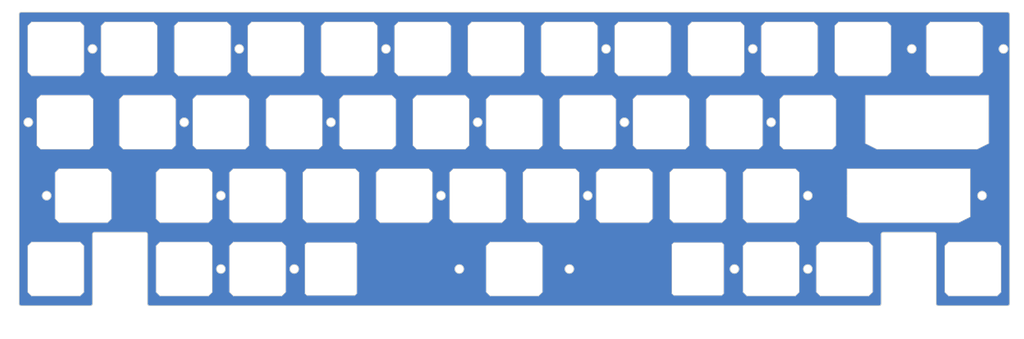
<source format=kicad_pcb>
(kicad_pcb (version 20221018) (generator pcbnew)
  (layers (0 "F.Cu" signal) (31 "B.Cu" signal) (34 "B.Paste" user) (35 "F.Paste" user) (36 "B.SilkS" user "B.Silkscreen") (37 "F.SilkS" user "F.Silkscreen") (38 "B.Mask" user) (39 "F.Mask" user) (44 "Edge.Cuts" user))
  (net 0 "")
  (net 1 "GND")
  (footprint "cipulot_parts:ecs_plate_cut_1U" (layer "F.Cu") (at 26.9875 91.28125)
    (fp_text reference "REF**")
    (fp_text value "Value " hide)
    (fp_line (start -7.3 -6) (end -7.3 6) (stroke (width 0.12)) (layer "Edge.Cuts"))
    (fp_line (start -7.3 6) (end -6.3 7) (stroke (width 0.12)) (layer "Edge.Cuts"))
    (fp_line (start -6.3 -7) (end -7.3 -6) (stroke (width 0.12)) (layer "Edge.Cuts"))
    (fp_line (start -6.3 7) (end 6.3 7) (stroke (width 0.12)) (layer "Edge.Cuts"))
    (fp_line (start 6.3 -7) (end -6.3 -7) (stroke (width 0.12)) (layer "Edge.Cuts"))
    (fp_line (start 6.3 -7) (end 7.3 -6) (stroke (width 0.12)) (layer "Edge.Cuts"))
    (fp_line (start 6.3 7) (end 7.3 6) (stroke (width 0.12)) (layer "Edge.Cuts"))
    (fp_line (start 7.3 6) (end 7.3 -6) (stroke (width 0.12)) (layer "Edge.Cuts"))
  )
  (footprint "cipulot_parts:ecs_6U_space_stab" (layer "F.Cu") (at 146.05 91.28125 180)
    (fp_text reference "REF**")
    (fp_text value "Value " hide)
  )
  (footprint "cipulot_parts:ecs_plate_cut_1U" (layer "F.Cu") (at 136.525 72.23125)
    (fp_text reference "REF**")
    (fp_text value "Value " hide)
    (fp_line (start -7.3 -6) (end -7.3 6) (stroke (width 0.12)) (layer "Edge.Cuts"))
    (fp_line (start -7.3 6) (end -6.3 7) (stroke (width 0.12)) (layer "Edge.Cuts"))
    (fp_line (start -6.3 -7) (end -7.3 -6) (stroke (width 0.12)) (layer "Edge.Cuts"))
    (fp_line (start -6.3 7) (end 6.3 7) (stroke (width 0.12)) (layer "Edge.Cuts"))
    (fp_line (start 6.3 -7) (end -6.3 -7) (stroke (width 0.12)) (layer "Edge.Cuts"))
    (fp_line (start 6.3 -7) (end 7.3 -6) (stroke (width 0.12)) (layer "Edge.Cuts"))
    (fp_line (start 6.3 7) (end 7.3 6) (stroke (width 0.12)) (layer "Edge.Cuts"))
    (fp_line (start 7.3 6) (end 7.3 -6) (stroke (width 0.12)) (layer "Edge.Cuts"))
  )
  (footprint "cipulot_parts:ecs_plate_cut_1U" (layer "F.Cu") (at 146.05 53.18125)
    (fp_text reference "REF**")
    (fp_text value "Value " hide)
    (fp_line (start -7.3 -6) (end -7.3 6) (stroke (width 0.12)) (layer "Edge.Cuts"))
    (fp_line (start -7.3 6) (end -6.3 7) (stroke (width 0.12)) (layer "Edge.Cuts"))
    (fp_line (start -6.3 -7) (end -7.3 -6) (stroke (width 0.12)) (layer "Edge.Cuts"))
    (fp_line (start -6.3 7) (end 6.3 7) (stroke (width 0.12)) (layer "Edge.Cuts"))
    (fp_line (start 6.3 -7) (end -6.3 -7) (stroke (width 0.12)) (layer "Edge.Cuts"))
    (fp_line (start 6.3 -7) (end 7.3 -6) (stroke (width 0.12)) (layer "Edge.Cuts"))
    (fp_line (start 6.3 7) (end 7.3 6) (stroke (width 0.12)) (layer "Edge.Cuts"))
    (fp_line (start 7.3 6) (end 7.3 -6) (stroke (width 0.12)) (layer "Edge.Cuts"))
  )
  (footprint "cipulot_parts:ecs_plate_cut_1U" (layer "F.Cu") (at 146.05 91.28125)
    (fp_text reference "REF**")
    (fp_text value "Value " hide)
    (fp_line (start -7.3 -6) (end -7.3 6) (stroke (width 0.12)) (layer "Edge.Cuts"))
    (fp_line (start -7.3 6) (end -6.3 7) (stroke (width 0.12)) (layer "Edge.Cuts"))
    (fp_line (start -6.3 -7) (end -7.3 -6) (stroke (width 0.12)) (layer "Edge.Cuts"))
    (fp_line (start -6.3 7) (end 6.3 7) (stroke (width 0.12)) (layer "Edge.Cuts"))
    (fp_line (start 6.3 -7) (end -6.3 -7) (stroke (width 0.12)) (layer "Edge.Cuts"))
    (fp_line (start 6.3 -7) (end 7.3 -6) (stroke (width 0.12)) (layer "Edge.Cuts"))
    (fp_line (start 6.3 7) (end 7.3 6) (stroke (width 0.12)) (layer "Edge.Cuts"))
    (fp_line (start 7.3 6) (end 7.3 -6) (stroke (width 0.12)) (layer "Edge.Cuts"))
  )
  (footprint "cipulot_parts:ecs_plate_cut_1U" (layer "F.Cu") (at 46.0375 34.13125)
    (fp_text reference "REF**")
    (fp_text value "Value " hide)
    (fp_line (start -7.3 -6) (end -7.3 6) (stroke (width 0.12)) (layer "Edge.Cuts"))
    (fp_line (start -7.3 6) (end -6.3 7) (stroke (width 0.12)) (layer "Edge.Cuts"))
    (fp_line (start -6.3 -7) (end -7.3 -6) (stroke (width 0.12)) (layer "Edge.Cuts"))
    (fp_line (start -6.3 7) (end 6.3 7) (stroke (width 0.12)) (layer "Edge.Cuts"))
    (fp_line (start 6.3 -7) (end -6.3 -7) (stroke (width 0.12)) (layer "Edge.Cuts"))
    (fp_line (start 6.3 -7) (end 7.3 -6) (stroke (width 0.12)) (layer "Edge.Cuts"))
    (fp_line (start 6.3 7) (end 7.3 6) (stroke (width 0.12)) (layer "Edge.Cuts"))
    (fp_line (start 7.3 6) (end 7.3 -6) (stroke (width 0.12)) (layer "Edge.Cuts"))
  )
  (footprint "cipulot_parts:ecs_plate_cut_1U" (layer "F.Cu") (at 231.775 91.28125)
    (fp_text reference "REF**")
    (fp_text value "Value " hide)
    (fp_line (start -7.3 -6) (end -7.3 6) (stroke (width 0.12)) (layer "Edge.Cuts"))
    (fp_line (start -7.3 6) (end -6.3 7) (stroke (width 0.12)) (layer "Edge.Cuts"))
    (fp_line (start -6.3 -7) (end -7.3 -6) (stroke (width 0.12)) (layer "Edge.Cuts"))
    (fp_line (start -6.3 7) (end 6.3 7) (stroke (width 0.12)) (layer "Edge.Cuts"))
    (fp_line (start 6.3 -7) (end -6.3 -7) (stroke (width 0.12)) (layer "Edge.Cuts"))
    (fp_line (start 6.3 -7) (end 7.3 -6) (stroke (width 0.12)) (layer "Edge.Cuts"))
    (fp_line (start 6.3 7) (end 7.3 6) (stroke (width 0.12)) (layer "Edge.Cuts"))
    (fp_line (start 7.3 6) (end 7.3 -6) (stroke (width 0.12)) (layer "Edge.Cuts"))
  )
  (footprint "cipulot_parts:ecs_plate_cut_1U" (layer "F.Cu") (at 79.375 72.23125)
    (fp_text reference "REF**")
    (fp_text value "Value " hide)
    (fp_line (start -7.3 -6) (end -7.3 6) (stroke (width 0.12)) (layer "Edge.Cuts"))
    (fp_line (start -7.3 6) (end -6.3 7) (stroke (width 0.12)) (layer "Edge.Cuts"))
    (fp_line (start -6.3 -7) (end -7.3 -6) (stroke (width 0.12)) (layer "Edge.Cuts"))
    (fp_line (start -6.3 7) (end 6.3 7) (stroke (width 0.12)) (layer "Edge.Cuts"))
    (fp_line (start 6.3 -7) (end -6.3 -7) (stroke (width 0.12)) (layer "Edge.Cuts"))
    (fp_line (start 6.3 -7) (end 7.3 -6) (stroke (width 0.12)) (layer "Edge.Cuts"))
    (fp_line (start 6.3 7) (end 7.3 6) (stroke (width 0.12)) (layer "Edge.Cuts"))
    (fp_line (start 7.3 6) (end 7.3 -6) (stroke (width 0.12)) (layer "Edge.Cuts"))
  )
  (footprint "cipulot_parts:ecs_plate_cut_1U" (layer "F.Cu") (at 88.9 53.18125)
    (fp_text reference "REF**")
    (fp_text value "Value " hide)
    (fp_line (start -7.3 -6) (end -7.3 6) (stroke (width 0.12)) (layer "Edge.Cuts"))
    (fp_line (start -7.3 6) (end -6.3 7) (stroke (width 0.12)) (layer "Edge.Cuts"))
    (fp_line (start -6.3 -7) (end -7.3 -6) (stroke (width 0.12)) (layer "Edge.Cuts"))
    (fp_line (start -6.3 7) (end 6.3 7) (stroke (width 0.12)) (layer "Edge.Cuts"))
    (fp_line (start 6.3 -7) (end -6.3 -7) (stroke (width 0.12)) (layer "Edge.Cuts"))
    (fp_line (start 6.3 -7) (end 7.3 -6) (stroke (width 0.12)) (layer "Edge.Cuts"))
    (fp_line (start 6.3 7) (end 7.3 6) (stroke (width 0.12)) (layer "Edge.Cuts"))
    (fp_line (start 7.3 6) (end 7.3 -6) (stroke (width 0.12)) (layer "Edge.Cuts"))
  )
  (footprint "cipulot_parts:ecs_plate_cut_1U" (layer "F.Cu") (at 260.35 34.13125)
    (fp_text reference "REF**")
    (fp_text value "Value " hide)
    (fp_line (start -7.3 -6) (end -7.3 6) (stroke (width 0.12)) (layer "Edge.Cuts"))
    (fp_line (start -7.3 6) (end -6.3 7) (stroke (width 0.12)) (layer "Edge.Cuts"))
    (fp_line (start -6.3 -7) (end -7.3 -6) (stroke (width 0.12)) (layer "Edge.Cuts"))
    (fp_line (start -6.3 7) (end 6.3 7) (stroke (width 0.12)) (layer "Edge.Cuts"))
    (fp_line (start 6.3 -7) (end -6.3 -7) (stroke (width 0.12)) (layer "Edge.Cuts"))
    (fp_line (start 6.3 -7) (end 7.3 -6) (stroke (width 0.12)) (layer "Edge.Cuts"))
    (fp_line (start 6.3 7) (end 7.3 6) (stroke (width 0.12)) (layer "Edge.Cuts"))
    (fp_line (start 7.3 6) (end 7.3 -6) (stroke (width 0.12)) (layer "Edge.Cuts"))
  )
  (footprint "cipulot_parts:ecs_plate_cut_1U" (layer "F.Cu") (at 127 53.18125)
    (fp_text reference "REF**")
    (fp_text value "Value " hide)
    (fp_line (start -7.3 -6) (end -7.3 6) (stroke (width 0.12)) (layer "Edge.Cuts"))
    (fp_line (start -7.3 6) (end -6.3 7) (stroke (width 0.12)) (layer "Edge.Cuts"))
    (fp_line (start -6.3 -7) (end -7.3 -6) (stroke (width 0.12)) (layer "Edge.Cuts"))
    (fp_line (start -6.3 7) (end 6.3 7) (stroke (width 0.12)) (layer "Edge.Cuts"))
    (fp_line (start 6.3 -7) (end -6.3 -7) (stroke (width 0.12)) (layer "Edge.Cuts"))
    (fp_line (start 6.3 -7) (end 7.3 -6) (stroke (width 0.12)) (layer "Edge.Cuts"))
    (fp_line (start 6.3 7) (end 7.3 6) (stroke (width 0.12)) (layer "Edge.Cuts"))
    (fp_line (start 7.3 6) (end 7.3 -6) (stroke (width 0.12)) (layer "Edge.Cuts"))
  )
  (footprint "cipulot_parts:ecs_plate_cut_1U" (layer "F.Cu") (at 198.4375 34.13125)
    (fp_text reference "REF**")
    (fp_text value "Value " hide)
    (fp_line (start -7.3 -6) (end -7.3 6) (stroke (width 0.12)) (layer "Edge.Cuts"))
    (fp_line (start -7.3 6) (end -6.3 7) (stroke (width 0.12)) (layer "Edge.Cuts"))
    (fp_line (start -6.3 -7) (end -7.3 -6) (stroke (width 0.12)) (layer "Edge.Cuts"))
    (fp_line (start -6.3 7) (end 6.3 7) (stroke (width 0.12)) (layer "Edge.Cuts"))
    (fp_line (start 6.3 -7) (end -6.3 -7) (stroke (width 0.12)) (layer "Edge.Cuts"))
    (fp_line (start 6.3 -7) (end 7.3 -6) (stroke (width 0.12)) (layer "Edge.Cuts"))
    (fp_line (start 6.3 7) (end 7.3 6) (stroke (width 0.12)) (layer "Edge.Cuts"))
    (fp_line (start 7.3 6) (end 7.3 -6) (stroke (width 0.12)) (layer "Edge.Cuts"))
  )
  (footprint "cipulot_parts:ecs_plate_cut_1U" (layer "F.Cu") (at 203.2 53.18125)
    (fp_text reference "REF**")
    (fp_text value "Value " hide)
    (fp_line (start -7.3 -6) (end -7.3 6) (stroke (width 0.12)) (layer "Edge.Cuts"))
    (fp_line (start -7.3 6) (end -6.3 7) (stroke (width 0.12)) (layer "Edge.Cuts"))
    (fp_line (start -6.3 -7) (end -7.3 -6) (stroke (width 0.12)) (layer "Edge.Cuts"))
    (fp_line (start -6.3 7) (end 6.3 7) (stroke (width 0.12)) (layer "Edge.Cuts"))
    (fp_line (start 6.3 -7) (end -6.3 -7) (stroke (width 0.12)) (layer "Edge.Cuts"))
    (fp_line (start 6.3 -7) (end 7.3 -6) (stroke (width 0.12)) (layer "Edge.Cuts"))
    (fp_line (start 6.3 7) (end 7.3 6) (stroke (width 0.12)) (layer "Edge.Cuts"))
    (fp_line (start 7.3 6) (end 7.3 -6) (stroke (width 0.12)) (layer "Edge.Cuts"))
  )
  (footprint "cipulot_parts:ecs_plate_cut_1U" (layer "F.Cu") (at 165.1 53.18125)
    (fp_text reference "REF**")
    (fp_text value "Value " hide)
    (fp_line (start -7.3 -6) (end -7.3 6) (stroke (width 0.12)) (layer "Edge.Cuts"))
    (fp_line (start -7.3 6) (end -6.3 7) (stroke (width 0.12)) (layer "Edge.Cuts"))
    (fp_line (start -6.3 -7) (end -7.3 -6) (stroke (width 0.12)) (layer "Edge.Cuts"))
    (fp_line (start -6.3 7) (end 6.3 7) (stroke (width 0.12)) (layer "Edge.Cuts"))
    (fp_line (start 6.3 -7) (end -6.3 -7) (stroke (width 0.12)) (layer "Edge.Cuts"))
    (fp_line (start 6.3 -7) (end 7.3 -6) (stroke (width 0.12)) (layer "Edge.Cuts"))
    (fp_line (start 6.3 7) (end 7.3 6) (stroke (width 0.12)) (layer "Edge.Cuts"))
    (fp_line (start 7.3 6) (end 7.3 -6) (stroke (width 0.12)) (layer "Edge.Cuts"))
  )
  (footprint "cipulot_parts:ecs_plate_cut_1U" (layer "F.Cu") (at 217.4875 34.13125)
    (fp_text reference "REF**")
    (fp_text value "Value " hide)
    (fp_line (start -7.3 -6) (end -7.3 6) (stroke (width 0.12)) (layer "Edge.Cuts"))
    (fp_line (start -7.3 6) (end -6.3 7) (stroke (width 0.12)) (layer "Edge.Cuts"))
    (fp_line (start -6.3 -7) (end -7.3 -6) (stroke (width 0.12)) (layer "Edge.Cuts"))
    (fp_line (start -6.3 7) (end 6.3 7) (stroke (width 0.12)) (layer "Edge.Cuts"))
    (fp_line (start 6.3 -7) (end -6.3 -7) (stroke (width 0.12)) (layer "Edge.Cuts"))
    (fp_line (start 6.3 -7) (end 7.3 -6) (stroke (width 0.12)) (layer "Edge.Cuts"))
    (fp_line (start 6.3 7) (end 7.3 6) (stroke (width 0.12)) (layer "Edge.Cuts"))
    (fp_line (start 7.3 6) (end 7.3 -6) (stroke (width 0.12)) (layer "Edge.Cuts"))
  )
  (footprint "cipulot_parts:ecs_plate_cut_1U" (layer "F.Cu") (at 117.475 72.23125)
    (fp_text reference "REF**")
    (fp_text value "Value " hide)
    (fp_line (start -7.3 -6) (end -7.3 6) (stroke (width 0.12)) (layer "Edge.Cuts"))
    (fp_line (start -7.3 6) (end -6.3 7) (stroke (width 0.12)) (layer "Edge.Cuts"))
    (fp_line (start -6.3 -7) (end -7.3 -6) (stroke (width 0.12)) (layer "Edge.Cuts"))
    (fp_line (start -6.3 7) (end 6.3 7) (stroke (width 0.12)) (layer "Edge.Cuts"))
    (fp_line (start 6.3 -7) (end -6.3 -7) (stroke (width 0.12)) (layer "Edge.Cuts"))
    (fp_line (start 6.3 -7) (end 7.3 -6) (stroke (width 0.12)) (layer "Edge.Cuts"))
    (fp_line (start 6.3 7) (end 7.3 6) (stroke (width 0.12)) (layer "Edge.Cuts"))
    (fp_line (start 7.3 6) (end 7.3 -6) (stroke (width 0.12)) (layer "Edge.Cuts"))
  )
  (footprint "cipulot_parts:ecs_plate_cut_1U" (layer "F.Cu") (at 84.137501 34.13125)
    (fp_text reference "REF**")
    (fp_text value "Value " hide)
    (fp_line (start -7.3 -6) (end -7.3 6) (stroke (width 0.12)) (layer "Edge.Cuts"))
    (fp_line (start -7.3 6) (end -6.3 7) (stroke (width 0.12)) (layer "Edge.Cuts"))
    (fp_line (start -6.3 -7) (end -7.3 -6) (stroke (width 0.12)) (layer "Edge.Cuts"))
    (fp_line (start -6.3 7) (end 6.3 7) (stroke (width 0.12)) (layer "Edge.Cuts"))
    (fp_line (start 6.3 -7) (end -6.3 -7) (stroke (width 0.12)) (layer "Edge.Cuts"))
    (fp_line (start 6.3 -7) (end 7.3 -6) (stroke (width 0.12)) (layer "Edge.Cuts"))
    (fp_line (start 6.3 7) (end 7.3 6) (stroke (width 0.12)) (layer "Edge.Cuts"))
    (fp_line (start 7.3 6) (end 7.3 -6) (stroke (width 0.12)) (layer "Edge.Cuts"))
  )
  (footprint "cipulot_parts:ecs_plate_cut_6U_space_stab" (layer "F.Cu") (at 146.05 91.28125)
    (fp_text reference "REF**")
    (fp_text value "Value " hide)
    (fp_line (start -54.3626 -6.3635) (end -54.3626 6.3635) (stroke (width 0.12)) (layer "Edge.Cuts"))
    (fp_line (start -54.3626 6.3635) (end -53.8556 6.8705) (stroke (width 0.12)) (layer "Edge.Cuts"))
    (fp_line (start -53.8556 -6.8705) (end -54.3626 -6.3635) (stroke (width 0.12)) (layer "Edge.Cuts"))
    (fp_line (start -53.8556 6.8705) (end -41.4076 6.8705) (stroke (width 0.12)) (layer "Edge.Cuts"))
    (fp_line (start -41.4076 -6.8705) (end -53.8556 -6.8705) (stroke (width 0.12)) (layer "Edge.Cuts"))
    (fp_line (start -41.4076 6.8705) (end -40.9006 6.3635) (stroke (width 0.12)) (layer "Edge.Cuts"))
    (fp_line (start -40.9006 -6.3635) (end -41.4076 -6.8705) (stroke (width 0.12)) (layer "Edge.Cuts"))
    (fp_line (start -40.9006 6.3635) (end -40.9006 -6.3635) (stroke (width 0.12)) (layer "Edge.Cuts"))
    (fp_line (start 40.894 -6.3635) (end 40.894 6.3635) (stroke (width 0.12)) (layer "Edge.Cuts"))
    (fp_line (start 40.894 -6.3635) (end 41.394 -6.8705) (stroke (width 0.12)) (layer "Edge.Cuts"))
    (fp_line (start 40.894 6.3635) (end 41.401 6.8705) (stroke (width 0.12)) (layer "Edge.Cuts"))
    (fp_line (start 41.394 -6.8705) (end 53.856 -6.8705) (stroke (width 0.12)) (layer "Edge.Cuts"))
    (fp_line (start 41.401 6.8705) (end 53.849 6.8705) (stroke (width 0.12)) (layer "Edge.Cuts"))
    (fp_line (start 53.849 6.8705) (end 54.356 6.3635) (stroke (width 0.12)) (layer "Edge.Cuts"))
    (fp_line (start 53.856 -6.8705) (end 54.356 -6.3635) (stroke (width 0.12)) (layer "Edge.Cuts"))
    (fp_line (start 54.356 6.3635) (end 54.356 -6.3635) (stroke (width 0.12)) (layer "Edge.Cuts"))
  )
  (footprint "cipulot_parts:ecs_plate_cut_1U" (layer "F.Cu") (at 34.13125 72.23125)
    (fp_text reference "REF**")
    (fp_text value "Value " hide)
    (fp_line (start -7.3 -6) (end -7.3 6) (stroke (width 0.12)) (layer "Edge.Cuts"))
    (fp_line (start -7.3 6) (end -6.3 7) (stroke (width 0.12)) (layer "Edge.Cuts"))
    (fp_line (start -6.3 -7) (end -7.3 -6) (stroke (width 0.12)) (layer "Edge.Cuts"))
    (fp_line (start -6.3 7) (end 6.3 7) (stroke (width 0.12)) (layer "Edge.Cuts"))
    (fp_line (start 6.3 -7) (end -6.3 -7) (stroke (width 0.12)) (layer "Edge.Cuts"))
    (fp_line (start 6.3 -7) (end 7.3 -6) (stroke (width 0.12)) (layer "Edge.Cuts"))
    (fp_line (start 6.3 7) (end 7.3 6) (stroke (width 0.12)) (layer "Edge.Cuts"))
    (fp_line (start 7.3 6) (end 7.3 -6) (stroke (width 0.12)) (layer "Edge.Cuts"))
  )
  (footprint "cipulot_parts:ecs_plate_cut_1U" (layer "F.Cu") (at 155.575 72.23125)
    (fp_text reference "REF**")
    (fp_text value "Value " hide)
    (fp_line (start -7.3 -6) (end -7.3 6) (stroke (width 0.12)) (layer "Edge.Cuts"))
    (fp_line (start -7.3 6) (end -6.3 7) (stroke (width 0.12)) (layer "Edge.Cuts"))
    (fp_line (start -6.3 -7) (end -7.3 -6) (stroke (width 0.12)) (layer "Edge.Cuts"))
    (fp_line (start -6.3 7) (end 6.3 7) (stroke (width 0.12)) (layer "Edge.Cuts"))
    (fp_line (start 6.3 -7) (end -6.3 -7) (stroke (width 0.12)) (layer "Edge.Cuts"))
    (fp_line (start 6.3 -7) (end 7.3 -6) (stroke (width 0.12)) (layer "Edge.Cuts"))
    (fp_line (start 6.3 7) (end 7.3 6) (stroke (width 0.12)) (layer "Edge.Cuts"))
    (fp_line (start 7.3 6) (end 7.3 -6) (stroke (width 0.12)) (layer "Edge.Cuts"))
  )
  (footprint "cipulot_parts:ecs_plate_cut_1U" (layer "F.Cu") (at 60.325 72.23125)
    (fp_text reference "REF**")
    (fp_text value "Value " hide)
    (fp_line (start -7.3 -6) (end -7.3 6) (stroke (width 0.12)) (layer "Edge.Cuts"))
    (fp_line (start -7.3 6) (end -6.3 7) (stroke (width 0.12)) (layer "Edge.Cuts"))
    (fp_line (start -6.3 -7) (end -7.3 -6) (stroke (width 0.12)) (layer "Edge.Cuts"))
    (fp_line (start -6.3 7) (end 6.3 7) (stroke (width 0.12)) (layer "Edge.Cuts"))
    (fp_line (start 6.3 -7) (end -6.3 -7) (stroke (width 0.12)) (layer "Edge.Cuts"))
    (fp_line (start 6.3 -7) (end 7.3 -6) (stroke (width 0.12)) (layer "Edge.Cuts"))
    (fp_line (start 6.3 7) (end 7.3 6) (stroke (width 0.12)) (layer "Edge.Cuts"))
    (fp_line (start 7.3 6) (end 7.3 -6) (stroke (width 0.12)) (layer "Edge.Cuts"))
  )
  (footprint "cipulot_parts:ecs_plate_cut_1U" (layer "F.Cu") (at 50.8 53.18125)
    (fp_text reference "REF**")
    (fp_text value "Value " hide)
    (fp_line (start -7.3 -6) (end -7.3 6) (stroke (width 0.12)) (layer "Edge.Cuts"))
    (fp_line (start -7.3 6) (end -6.3 7) (stroke (width 0.12)) (layer "Edge.Cuts"))
    (fp_line (start -6.3 -7) (end -7.3 -6) (stroke (width 0.12)) (layer "Edge.Cuts"))
    (fp_line (start -6.3 7) (end 6.3 7) (stroke (width 0.12)) (layer "Edge.Cuts"))
    (fp_line (start 6.3 -7) (end -6.3 -7) (stroke (width 0.12)) (layer "Edge.Cuts"))
    (fp_line (start 6.3 -7) (end 7.3 -6) (stroke (width 0.12)) (layer "Edge.Cuts"))
    (fp_line (start 6.3 7) (end 7.3 6) (stroke (width 0.12)) (layer "Edge.Cuts"))
    (fp_line (start 7.3 6) (end 7.3 -6) (stroke (width 0.12)) (layer "Edge.Cuts"))
  )
  (footprint "cipulot_parts:ecs_plate_cut_1U" (layer "F.Cu") (at 107.95 53.18125)
    (fp_text reference "REF**")
    (fp_text value "Value " hide)
    (fp_line (start -7.3 -6) (end -7.3 6) (stroke (width 0.12)) (layer "Edge.Cuts"))
    (fp_line (start -7.3 6) (end -6.3 7) (stroke (width 0.12)) (layer "Edge.Cuts"))
    (fp_line (start -6.3 -7) (end -7.3 -6) (stroke (width 0.12)) (layer "Edge.Cuts"))
    (fp_line (start -6.3 7) (end 6.3 7) (stroke (width 0.12)) (layer "Edge.Cuts"))
    (fp_line (start 6.3 -7) (end -6.3 -7) (stroke (width 0.12)) (layer "Edge.Cuts"))
    (fp_line (start 6.3 -7) (end 7.3 -6) (stroke (width 0.12)) (layer "Edge.Cuts"))
    (fp_line (start 6.3 7) (end 7.3 6) (stroke (width 0.12)) (layer "Edge.Cuts"))
    (fp_line (start 7.3 6) (end 7.3 -6) (stroke (width 0.12)) (layer "Edge.Cuts"))
  )
  (footprint "cipulot_parts:ecs_plate_cut_1U" (layer "F.Cu") (at 65.0875 34.13125)
    (fp_text reference "REF**")
    (fp_text value "Value " hide)
    (fp_line (start -7.3 -6) (end -7.3 6) (stroke (width 0.12)) (layer "Edge.Cuts"))
    (fp_line (start -7.3 6) (end -6.3 7) (stroke (width 0.12)) (layer "Edge.Cuts"))
    (fp_line (start -6.3 -7) (end -7.3 -6) (stroke (width 0.12)) (layer "Edge.Cuts"))
    (fp_line (start -6.3 7) (end 6.3 7) (stroke (width 0.12)) (layer "Edge.Cuts"))
    (fp_line (start 6.3 -7) (end -6.3 -7) (stroke (width 0.12)) (layer "Edge.Cuts"))
    (fp_line (start 6.3 -7) (end 7.3 -6) (stroke (width 0.12)) (layer "Edge.Cuts"))
    (fp_line (start 6.3 7) (end 7.3 6) (stroke (width 0.12)) (layer "Edge.Cuts"))
    (fp_line (start 7.3 6) (end 7.3 -6) (stroke (width 0.12)) (layer "Edge.Cuts"))
  )
  (footprint "cipulot_parts:ecs_plate_cut_1U" (layer "F.Cu") (at 141.2875 34.13125)
    (fp_text reference "REF**")
    (fp_text value "Value " hide)
    (fp_line (start -7.3 -6) (end -7.3 6) (stroke (width 0.12)) (layer "Edge.Cuts"))
    (fp_line (start -7.3 6) (end -6.3 7) (stroke (width 0.12)) (layer "Edge.Cuts"))
    (fp_line (start -6.3 -7) (end -7.3 -6) (stroke (width 0.12)) (layer "Edge.Cuts"))
    (fp_line (start -6.3 7) (end 6.3 7) (stroke (width 0.12)) (layer "Edge.Cuts"))
    (fp_line (start 6.3 -7) (end -6.3 -7) (stroke (width 0.12)) (layer "Edge.Cuts"))
    (fp_line (start 6.3 -7) (end 7.3 -6) (stroke (width 0.12)) (layer "Edge.Cuts"))
    (fp_line (start 6.3 7) (end 7.3 6) (stroke (width 0.12)) (layer "Edge.Cuts"))
    (fp_line (start 7.3 6) (end 7.3 -6) (stroke (width 0.12)) (layer "Edge.Cuts"))
  )
  (footprint "cipulot_parts:ecs_plate_cut_1U" (layer "F.Cu") (at 29.36875 53.18125)
    (fp_text reference "REF**")
    (fp_text value "Value " hide)
    (fp_line (start -7.3 -6) (end -7.3 6) (stroke (width 0.12)) (layer "Edge.Cuts"))
    (fp_line (start -7.3 6) (end -6.3 7) (stroke (width 0.12)) (layer "Edge.Cuts"))
    (fp_line (start -6.3 -7) (end -7.3 -6) (stroke (width 0.12)) (layer "Edge.Cuts"))
    (fp_line (start -6.3 7) (end 6.3 7) (stroke (width 0.12)) (layer "Edge.Cuts"))
    (fp_line (start 6.3 -7) (end -6.3 -7) (stroke (width 0.12)) (layer "Edge.Cuts"))
    (fp_line (start 6.3 -7) (end 7.3 -6) (stroke (width 0.12)) (layer "Edge.Cuts"))
    (fp_line (start 6.3 7) (end 7.3 6) (stroke (width 0.12)) (layer "Edge.Cuts"))
    (fp_line (start 7.3 6) (end 7.3 -6) (stroke (width 0.12)) (layer "Edge.Cuts"))
  )
  (footprint "cipulot_parts:ecs_plate_cut_1U" (layer "F.Cu") (at 160.3375 34.13125)
    (fp_text reference "REF**")
    (fp_text value "Value " hide)
    (fp_line (start -7.3 -6) (end -7.3 6) (stroke (width 0.12)) (layer "Edge.Cuts"))
    (fp_line (start -7.3 6) (end -6.3 7) (stroke (width 0.12)) (layer "Edge.Cuts"))
    (fp_line (start -6.3 -7) (end -7.3 -6) (stroke (width 0.12)) (layer "Edge.Cuts"))
    (fp_line (start -6.3 7) (end 6.3 7) (stroke (width 0.12)) (layer "Edge.Cuts"))
    (fp_line (start 6.3 -7) (end -6.3 -7) (stroke (width 0.12)) (layer "Edge.Cuts"))
    (fp_line (start 6.3 -7) (end 7.3 -6) (stroke (width 0.12)) (layer "Edge.Cuts"))
    (fp_line (start 6.3 7) (end 7.3 6) (stroke (width 0.12)) (layer "Edge.Cuts"))
    (fp_line (start 7.3 6) (end 7.3 -6) (stroke (width 0.12)) (layer "Edge.Cuts"))
  )
  (footprint "cipulot_parts:ecs_plate_cut_1U" (layer "F.Cu") (at 79.375 91.28125)
    (fp_text reference "REF**")
    (fp_text value "Value " hide)
    (fp_line (start -7.3 -6) (end -7.3 6) (stroke (width 0.12)) (layer "Edge.Cuts"))
    (fp_line (start -7.3 6) (end -6.3 7) (stroke (width 0.12)) (layer "Edge.Cuts"))
    (fp_line (start -6.3 -7) (end -7.3 -6) (stroke (width 0.12)) (layer "Edge.Cuts"))
    (fp_line (start -6.3 7) (end 6.3 7) (stroke (width 0.12)) (layer "Edge.Cuts"))
    (fp_line (start 6.3 -7) (end -6.3 -7) (stroke (width 0.12)) (layer "Edge.Cuts"))
    (fp_line (start 6.3 -7) (end 7.3 -6) (stroke (width 0.12)) (layer "Edge.Cuts"))
    (fp_line (start 6.3 7) (end 7.3 6) (stroke (width 0.12)) (layer "Edge.Cuts"))
    (fp_line (start 7.3 6) (end 7.3 -6) (stroke (width 0.12)) (layer "Edge.Cuts"))
  )
  (footprint "cipulot_parts:ecs_plate_cut_1U" (layer "F.Cu") (at 122.2375 34.13125)
    (fp_text reference "REF**")
    (fp_text value "Value " hide)
    (fp_line (start -7.3 -6) (end -7.3 6) (stroke (width 0.12)) (layer "Edge.Cuts"))
    (fp_line (start -7.3 6) (end -6.3 7) (stroke (width 0.12)) (layer "Edge.Cuts"))
    (fp_line (start -6.3 -7) (end -7.3 -6) (stroke (width 0.12)) (layer "Edge.Cuts"))
    (fp_line (start -6.3 7) (end 6.3 7) (stroke (width 0.12)) (layer "Edge.Cuts"))
    (fp_line (start 6.3 -7) (end -6.3 -7) (stroke (width 0.12)) (layer "Edge.Cuts"))
    (fp_line (start 6.3 -7) (end 7.3 -6) (stroke (width 0.12)) (layer "Edge.Cuts"))
    (fp_line (start 6.3 7) (end 7.3 6) (stroke (width 0.12)) (layer "Edge.Cuts"))
    (fp_line (start 7.3 6) (end 7.3 -6) (stroke (width 0.12)) (layer "Edge.Cuts"))
  )
  (footprint "cipulot_parts:ecs_plate_cut_1U" (layer "F.Cu") (at 212.725 72.23125)
    (fp_text reference "REF**")
    (fp_text value "Value " hide)
    (fp_line (start -7.3 -6) (end -7.3 6) (stroke (width 0.12)) (layer "Edge.Cuts"))
    (fp_line (start -7.3 6) (end -6.3 7) (stroke (width 0.12)) (layer "Edge.Cuts"))
    (fp_line (start -6.3 -7) (end -7.3 -6) (stroke (width 0.12)) (layer "Edge.Cuts"))
    (fp_line (start -6.3 7) (end 6.3 7) (stroke (width 0.12)) (layer "Edge.Cuts"))
    (fp_line (start 6.3 -7) (end -6.3 -7) (stroke (width 0.12)) (layer "Edge.Cuts"))
    (fp_line (start 6.3 -7) (end 7.3 -6) (stroke (width 0.12)) (layer "Edge.Cuts"))
    (fp_line (start 6.3 7) (end 7.3 6) (stroke (width 0.12)) (layer "Edge.Cuts"))
    (fp_line (start 7.3 6) (end 7.3 -6) (stroke (width 0.12)) (layer "Edge.Cuts"))
  )
  (footprint "cipulot_parts:ecs_plate_cut_1U" (layer "F.Cu") (at 69.85 53.18125)
    (fp_text reference "REF**")
    (fp_text value "Value " hide)
    (fp_line (start -7.3 -6) (end -7.3 6) (stroke (width 0.12)) (layer "Edge.Cuts"))
    (fp_line (start -7.3 6) (end -6.3 7) (stroke (width 0.12)) (layer "Edge.Cuts"))
    (fp_line (start -6.3 -7) (end -7.3 -6) (stroke (width 0.12)) (layer "Edge.Cuts"))
    (fp_line (start -6.3 7) (end 6.3 7) (stroke (width 0.12)) (layer "Edge.Cuts"))
    (fp_line (start 6.3 -7) (end -6.3 -7) (stroke (width 0.12)) (layer "Edge.Cuts"))
    (fp_line (start 6.3 -7) (end 7.3 -6) (stroke (width 0.12)) (layer "Edge.Cuts"))
    (fp_line (start 6.3 7) (end 7.3 6) (stroke (width 0.12)) (layer "Edge.Cuts"))
    (fp_line (start 7.3 6) (end 7.3 -6) (stroke (width 0.12)) (layer "Edge.Cuts"))
  )
  (footprint "cipulot_parts:ecs_plate_cut_1U" (layer "F.Cu") (at 212.725 91.28125)
    (fp_text reference "REF**")
    (fp_text value "Value " hide)
    (fp_line (start -7.3 -6) (end -7.3 6) (stroke (width 0.12)) (layer "Edge.Cuts"))
    (fp_line (start -7.3 6) (end -6.3 7) (stroke (width 0.12)) (layer "Edge.Cuts"))
    (fp_line (start -6.3 -7) (end -7.3 -6) (stroke (width 0.12)) (layer "Edge.Cuts"))
    (fp_line (start -6.3 7) (end 6.3 7) (stroke (width 0.12)) (layer "Edge.Cuts"))
    (fp_line (start 6.3 -7) (end -6.3 -7) (stroke (width 0.12)) (layer "Edge.Cuts"))
    (fp_line (start 6.3 -7) (end 7.3 -6) (stroke (width 0.12)) (layer "Edge.Cuts"))
    (fp_line (start 6.3 7) (end 7.3 6) (stroke (width 0.12)) (layer "Edge.Cuts"))
    (fp_line (start 7.3 6) (end 7.3 -6) (stroke (width 0.12)) (layer "Edge.Cuts"))
  )
  (footprint "cipulot_parts:ecs_plate_cut_2U" (layer "F.Cu") (at 248.44375 72.23125)
    (fp_text reference "REF**")
    (fp_text value "Value " hide)
    (fp_line (start -16 -7) (end 16 -7) (stroke (width 0.12)) (layer "Edge.Cuts"))
    (fp_line (start -16 0) (end -16 -7) (stroke (width 0.12)) (layer "Edge.Cuts"))
    (fp_line (start -16 0) (end -16 5.5) (stroke (width 0.12)) (layer "Edge.Cuts"))
    (fp_line (start -16 5.5) (end -13 7) (stroke (width 0.12)) (layer "Edge.Cuts"))
    (fp_line (start 13 7) (end -13 7) (stroke (width 0.12)) (layer "Edge.Cuts"))
    (fp_line (start 16 -7) (end 16 0) (stroke (width 0.12)) (layer "Edge.Cuts"))
    (fp_line (start 16 0) (end 16 5.5) (stroke (width 0.12)) (layer "Edge.Cuts"))
    (fp_line (start 16 5.5) (end 13 7) (stroke (width 0.12)) (layer "Edge.Cuts"))
  )
  (footprint "cipulot_parts:ecs_plate_cut_1U" (layer "F.Cu") (at 174.625 72.23125)
    (fp_text reference "REF**")
    (fp_text value "Value " hide)
    (fp_line (start -7.3 -6) (end -7.3 6) (stroke (width 0.12)) (layer "Edge.Cuts"))
    (fp_line (start -7.3 6) (end -6.3 7) (stroke (width 0.12)) (layer "Edge.Cuts"))
    (fp_line (start -6.3 -7) (end -7.3 -6) (stroke (width 0.12)) (layer "Edge.Cuts"))
    (fp_line (start -6.3 7) (end 6.3 7) (stroke (width 0.12)) (layer "Edge.Cuts"))
    (fp_line (start 6.3 -7) (end -6.3 -7) (stroke (width 0.12)) (layer "Edge.Cuts"))
    (fp_line (start 6.3 -7) (end 7.3 -6) (stroke (width 0.12)) (layer "Edge.Cuts"))
    (fp_line (start 6.3 7) (end 7.3 6) (stroke (width 0.12)) (layer "Edge.Cuts"))
    (fp_line (start 7.3 6) (end 7.3 -6) (stroke (width 0.12)) (layer "Edge.Cuts"))
  )
  (footprint "cipulot_parts:ecs_plate_cut_1U" (layer "F.Cu") (at 98.425 72.23125)
    (fp_text reference "REF**")
    (fp_text value "Value " hide)
    (fp_line (start -7.3 -6) (end -7.3 6) (stroke (width 0.12)) (layer "Edge.Cuts"))
    (fp_line (start -7.3 6) (end -6.3 7) (stroke (width 0.12)) (layer "Edge.Cuts"))
    (fp_line (start -6.3 -7) (end -7.3 -6) (stroke (width 0.12)) (layer "Edge.Cuts"))
    (fp_line (start -6.3 7) (end 6.3 7) (stroke (width 0.12)) (layer "Edge.Cuts"))
    (fp_line (start 6.3 -7) (end -6.3 -7) (stroke (width 0.12)) (layer "Edge.Cuts"))
    (fp_line (start 6.3 -7) (end 7.3 -6) (stroke (width 0.12)) (layer "Edge.Cuts"))
    (fp_line (start 6.3 7) (end 7.3 6) (stroke (width 0.12)) (layer "Edge.Cuts"))
    (fp_line (start 7.3 6) (end 7.3 -6) (stroke (width 0.12)) (layer "Edge.Cuts"))
  )
  (footprint "cipulot_parts:ecs_plate_cut_1U" (layer "F.Cu") (at 222.25 53.18125)
    (fp_text reference "REF**")
    (fp_text value "Value " hide)
    (fp_line (start -7.3 -6) (end -7.3 6) (stroke (width 0.12)) (layer "Edge.Cuts"))
    (fp_line (start -7.3 6) (end -6.3 7) (stroke (width 0.12)) (layer "Edge.Cuts"))
    (fp_line (start -6.3 -7) (end -7.3 -6) (stroke (width 0.12)) (layer "Edge.Cuts"))
    (fp_line (start -6.3 7) (end 6.3 7) (stroke (width 0.12)) (layer "Edge.Cuts"))
    (fp_line (start 6.3 -7) (end -6.3 -7) (stroke (width 0.12)) (layer "Edge.Cuts"))
    (fp_line (start 6.3 -7) (end 7.3 -6) (stroke (width 0.12)) (layer "Edge.Cuts"))
    (fp_line (start 6.3 7) (end 7.3 6) (stroke (width 0.12)) (layer "Edge.Cuts"))
    (fp_line (start 7.3 6) (end 7.3 -6) (stroke (width 0.12)) (layer "Edge.Cuts"))
  )
  (footprint "cipulot_parts:ecs_plate_cut_1U" (layer "F.Cu") (at 236.5375 34.13125)
    (fp_text reference "REF**")
    (fp_text value "Value " hide)
    (fp_line (start -7.3 -6) (end -7.3 6) (stroke (width 0.12)) (layer "Edge.Cuts"))
    (fp_line (start -7.3 6) (end -6.3 7) (stroke (width 0.12)) (layer "Edge.Cuts"))
    (fp_line (start -6.3 -7) (end -7.3 -6) (stroke (width 0.12)) (layer "Edge.Cuts"))
    (fp_line (start -6.3 7) (end 6.3 7) (stroke (width 0.12)) (layer "Edge.Cuts"))
    (fp_line (start 6.3 -7) (end -6.3 -7) (stroke (width 0.12)) (layer "Edge.Cuts"))
    (fp_line (start 6.3 -7) (end 7.3 -6) (stroke (width 0.12)) (layer "Edge.Cuts"))
    (fp_line (start 6.3 7) (end 7.3 6) (stroke (width 0.12)) (layer "Edge.Cuts"))
    (fp_line (start 7.3 6) (end 7.3 -6) (stroke (width 0.12)) (layer "Edge.Cuts"))
  )
  (footprint "cipulot_parts:ecs_plate_cut_1U" (layer "F.Cu") (at 193.675 72.23125)
    (fp_text reference "REF**")
    (fp_text value "Value " hide)
    (fp_line (start -7.3 -6) (end -7.3 6) (stroke (width 0.12)) (layer "Edge.Cuts"))
    (fp_line (start -7.3 6) (end -6.3 7) (stroke (width 0.12)) (layer "Edge.Cuts"))
    (fp_line (start -6.3 -7) (end -7.3 -6) (stroke (width 0.12)) (layer "Edge.Cuts"))
    (fp_line (start -6.3 7) (end 6.3 7) (stroke (width 0.12)) (layer "Edge.Cuts"))
    (fp_line (start 6.3 -7) (end -6.3 -7) (stroke (width 0.12)) (layer "Edge.Cuts"))
    (fp_line (start 6.3 -7) (end 7.3 -6) (stroke (width 0.12)) (layer "Edge.Cuts"))
    (fp_line (start 6.3 7) (end 7.3 6) (stroke (width 0.12)) (layer "Edge.Cuts"))
    (fp_line (start 7.3 6) (end 7.3 -6) (stroke (width 0.12)) (layer "Edge.Cuts"))
  )
  (footprint "cipulot_parts:ecs_plate_cut_1U" (layer "F.Cu") (at 103.1875 34.13125)
    (fp_text reference "REF**")
    (fp_text value "Value " hide)
    (fp_line (start -7.3 -6) (end -7.3 6) (stroke (width 0.12)) (layer "Edge.Cuts"))
    (fp_line (start -7.3 6) (end -6.3 7) (stroke (width 0.12)) (layer "Edge.Cuts"))
    (fp_line (start -6.3 -7) (end -7.3 -6) (stroke (width 0.12)) (layer "Edge.Cuts"))
    (fp_line (start -6.3 7) (end 6.3 7) (stroke (width 0.12)) (layer "Edge.Cuts"))
    (fp_line (start 6.3 -7) (end -6.3 -7) (stroke (width 0.12)) (layer "Edge.Cuts"))
    (fp_line (start 6.3 -7) (end 7.3 -6) (stroke (width 0.12)) (layer "Edge.Cuts"))
    (fp_line (start 6.3 7) (end 7.3 6) (stroke (width 0.12)) (layer "Edge.Cuts"))
    (fp_line (start 7.3 6) (end 7.3 -6) (stroke (width 0.12)) (layer "Edge.Cuts"))
  )
  (footprint "cipulot_parts:ecs_plate_cut_2U" (layer "F.Cu") (at 253.20625 53.18125)
    (fp_text reference "REF**")
    (fp_text value "Value " hide)
    (fp_line (start -16 -7) (end 16 -7) (stroke (width 0.12)) (layer "Edge.Cuts"))
    (fp_line (start -16 0) (end -16 -7) (stroke (width 0.12)) (layer "Edge.Cuts"))
    (fp_line (start -16 0) (end -16 5.5) (stroke (width 0.12)) (layer "Edge.Cuts"))
    (fp_line (start -16 5.5) (end -13 7) (stroke (width 0.12)) (layer "Edge.Cuts"))
    (fp_line (start 13 7) (end -13 7) (stroke (width 0.12)) (layer "Edge.Cuts"))
    (fp_line (start 16 -7) (end 16 0) (stroke (width 0.12)) (layer "Edge.Cuts"))
    (fp_line (start 16 0) (end 16 5.5) (stroke (width 0.12)) (layer "Edge.Cuts"))
    (fp_line (start 16 5.5) (end 13 7) (stroke (width 0.12)) (layer "Edge.Cuts"))
  )
  (footprint "cipulot_parts:ecs_plate_cut_1U" (layer "F.Cu") (at 184.15 53.18125)
    (fp_text reference "REF**")
    (fp_text value "Value " hide)
    (fp_line (start -7.3 -6) (end -7.3 6) (stroke (width 0.12)) (layer "Edge.Cuts"))
    (fp_line (start -7.3 6) (end -6.3 7) (stroke (width 0.12)) (layer "Edge.Cuts"))
    (fp_line (start -6.3 -7) (end -7.3 -6) (stroke (width 0.12)) (layer "Edge.Cuts"))
    (fp_line (start -6.3 7) (end 6.3 7) (stroke (width 0.12)) (layer "Edge.Cuts"))
    (fp_line (start 6.3 -7) (end -6.3 -7) (stroke (width 0.12)) (layer "Edge.Cuts"))
    (fp_line (start 6.3 -7) (end 7.3 -6) (stroke (width 0.12)) (layer "Edge.Cuts"))
    (fp_line (start 6.3 7) (end 7.3 6) (stroke (width 0.12)) (layer "Edge.Cuts"))
    (fp_line (start 7.3 6) (end 7.3 -6) (stroke (width 0.12)) (layer "Edge.Cuts"))
  )
  (footprint "cipulot_parts:ecs_plate_cut_1U" (layer "F.Cu") (at 179.3875 34.13125)
    (fp_text reference "REF**")
    (fp_text value "Value " hide)
    (fp_line (start -7.3 -6) (end -7.3 6) (stroke (width 0.12)) (layer "Edge.Cuts"))
    (fp_line (start -7.3 6) (end -6.3 7) (stroke (width 0.12)) (layer "Edge.Cuts"))
    (fp_line (start -6.3 -7) (end -7.3 -6) (stroke (width 0.12)) (layer "Edge.Cuts"))
    (fp_line (start -6.3 7) (end 6.3 7) (stroke (width 0.12)) (layer "Edge.Cuts"))
    (fp_line (start 6.3 -7) (end -6.3 -7) (stroke (width 0.12)) (layer "Edge.Cuts"))
    (fp_line (start 6.3 -7) (end 7.3 -6) (stroke (width 0.12)) (layer "Edge.Cuts"))
    (fp_line (start 6.3 7) (end 7.3 6) (stroke (width 0.12)) (layer "Edge.Cuts"))
    (fp_line (start 7.3 6) (end 7.3 -6) (stroke (width 0.12)) (layer "Edge.Cuts"))
  )
  (footprint "cipulot_parts:ecs_plate_cut_1U" (layer "F.Cu") (at 265.1125 91.28125)
    (fp_text reference "REF**")
    (fp_text value "Value " hide)
    (fp_line (start -7.3 -6) (end -7.3 6) (stroke (width 0.12)) (layer "Edge.Cuts"))
    (fp_line (start -7.3 6) (end -6.3 7) (stroke (width 0.12)) (layer "Edge.Cuts"))
    (fp_line (start -6.3 -7) (end -7.3 -6) (stroke (width 0.12)) (layer "Edge.Cuts"))
    (fp_line (start -6.3 7) (end 6.3 7) (stroke (width 0.12)) (layer "Edge.Cuts"))
    (fp_line (start 6.3 -7) (end -6.3 -7) (stroke (width 0.12)) (layer "Edge.Cuts"))
    (fp_line (start 6.3 -7) (end 7.3 -6) (stroke (width 0.12)) (layer "Edge.Cuts"))
    (fp_line (start 6.3 7) (end 7.3 6) (stroke (width 0.12)) (layer "Edge.Cuts"))
    (fp_line (start 7.3 6) (end 7.3 -6) (stroke (width 0.12)) (layer "Edge.Cuts"))
  )
  (footprint "cipulot_parts:ecs_plate_cut_1U" (layer "F.Cu") (at 60.325 91.28125)
    (fp_text reference "REF**")
    (fp_text value "Value " hide)
    (fp_line (start -7.3 -6) (end -7.3 6) (stroke (width 0.12)) (layer "Edge.Cuts"))
    (fp_line (start -7.3 6) (end -6.3 7) (stroke (width 0.12)) (layer "Edge.Cuts"))
    (fp_line (start -6.3 -7) (end -7.3 -6) (stroke (width 0.12)) (layer "Edge.Cuts"))
    (fp_line (start -6.3 7) (end 6.3 7) (stroke (width 0.12)) (layer "Edge.Cuts"))
    (fp_line (start 6.3 -7) (end -6.3 -7) (stroke (width 0.12)) (layer "Edge.Cuts"))
    (fp_line (start 6.3 -7) (end 7.3 -6) (stroke (width 0.12)) (layer "Edge.Cuts"))
    (fp_line (start 6.3 7) (end 7.3 6) (stroke (width 0.12)) (layer "Edge.Cuts"))
    (fp_line (start 7.3 6) (end 7.3 -6) (stroke (width 0.12)) (layer "Edge.Cuts"))
  )
  (footprint "cipulot_parts:ecs_plate_cut_1U" (layer "F.Cu") (at 26.9875 34.13125)
    (fp_text reference "REF**")
    (fp_text value "Value " hide)
    (fp_line (start -7.3 -6) (end -7.3 6) (stroke (width 0.12)) (layer "Edge.Cuts"))
    (fp_line (start -7.3 6) (end -6.3 7) (stroke (width 0.12)) (layer "Edge.Cuts"))
    (fp_line (start -6.3 -7) (end -7.3 -6) (stroke (width 0.12)) (layer "Edge.Cuts"))
    (fp_line (start -6.3 7) (end 6.3 7) (stroke (width 0.12)) (layer "Edge.Cuts"))
    (fp_line (start 6.3 -7) (end -6.3 -7) (stroke (width 0.12)) (layer "Edge.Cuts"))
    (fp_line (start 6.3 -7) (end 7.3 -6) (stroke (width 0.12)) (layer "Edge.Cuts"))
    (fp_line (start 6.3 7) (end 7.3 6) (stroke (width 0.12)) (layer "Edge.Cuts"))
    (fp_line (start 7.3 6) (end 7.3 -6) (stroke (width 0.12)) (layer "Edge.Cuts"))
  )
  (gr_circle (center 24.60625 72.23125) (end 25.75625 72.23125) (stroke (width 0.2)) (fill none) (layer "Edge.Cuts"))
  (gr_arc (start 50.3 81.75625) (mid 50.653553 81.902697) (end 50.8 82.25625) (stroke (width 0.2)) (layer "Edge.Cuts"))
  (gr_circle (center 249.2375 34.13125) (end 250.3875 34.13125) (stroke (width 0.2)) (fill none) (layer "Edge.Cuts"))
  (gr_circle (center 169.8625 34.13125) (end 171.0125 34.13125) (stroke (width 0.2)) (fill none) (layer "Edge.Cuts"))
  (gr_arc (start 241.3 100.30625) (mid 241.153553 100.659803) (end 240.8 100.80625) (stroke (width 0.2)) (layer "Edge.Cuts"))
  (gr_arc (start 241.3 82.25625) (mid 241.446447 81.902697) (end 241.8 81.75625) (stroke (width 0.2)) (layer "Edge.Cuts"))
  (gr_line (start 17.4625 100.30625) (end 17.4625 25.10625) (stroke (width 0.2)) (layer "Edge.Cuts"))
  (gr_line (start 50.3 81.75625) (end 37.0125 81.75625) (stroke (width 0.2)) (layer "Edge.Cuts"))
  (gr_line (start 241.3 82.25625) (end 241.3 100.30625) (stroke (width 0.2)) (layer "Edge.Cuts"))
  (gr_arc (start 17.9625 100.80625) (mid 17.608947 100.659803) (end 17.4625 100.30625) (stroke (width 0.2)) (layer "Edge.Cuts"))
  (gr_circle (center 60.325 53.18125) (end 61.475 53.18125) (stroke (width 0.2)) (fill none) (layer "Edge.Cuts"))
  (gr_arc (start 274.6375 100.30625) (mid 274.491053 100.659803) (end 274.1375 100.80625) (stroke (width 0.2)) (layer "Edge.Cuts"))
  (gr_circle (center 207.9625 34.13125) (end 209.1125 34.13125) (stroke (width 0.2)) (fill none) (layer "Edge.Cuts"))
  (gr_arc (start 274.1375 24.60625) (mid 274.491053 24.752697) (end 274.6375 25.10625) (stroke (width 0.2)) (layer "Edge.Cuts"))
  (gr_circle (center 36.5125 34.13125) (end 37.6625 34.13125) (stroke (width 0.2)) (fill none) (layer "Edge.Cuts"))
  (gr_circle (center 69.85 91.28125) (end 71 91.28125) (stroke (width 0.2)) (fill none) (layer "Edge.Cuts"))
  (gr_circle (center 212.725 53.18125) (end 213.875 53.18125) (stroke (width 0.2)) (fill none) (layer "Edge.Cuts"))
  (gr_circle (center 127 72.23125) (end 128.15 72.23125) (stroke (width 0.2)) (fill none) (layer "Edge.Cuts"))
  (gr_arc (start 255.0875 81.75625) (mid 255.441053 81.902697) (end 255.5875 82.25625) (stroke (width 0.2)) (layer "Edge.Cuts"))
  (gr_circle (center 88.9 91.28125) (end 90.05 91.28125) (stroke (width 0.2)) (fill none) (layer "Edge.Cuts"))
  (gr_circle (center 165.1 72.23125) (end 166.25 72.23125) (stroke (width 0.2)) (fill none) (layer "Edge.Cuts"))
  (gr_line (start 240.8 100.80625) (end 51.3 100.80625) (stroke (width 0.2)) (layer "Edge.Cuts"))
  (gr_line (start 274.1375 100.80625) (end 256.0875 100.80625) (stroke (width 0.2)) (layer "Edge.Cuts"))
  (gr_arc (start 51.3 100.80625) (mid 50.946447 100.659803) (end 50.8 100.30625) (stroke (width 0.2)) (layer "Edge.Cuts"))
  (gr_line (start 255.0875 81.75625) (end 241.8 81.75625) (stroke (width 0.2)) (layer "Edge.Cuts"))
  (gr_line (start 36.0125 100.80625) (end 17.9625 100.80625) (stroke (width 0.2)) (layer "Edge.Cuts"))
  (gr_circle (center 222.25 72.23125) (end 223.4 72.23125) (stroke (width 0.2)) (fill none) (layer "Edge.Cuts"))
  (gr_line (start 50.8 100.30625) (end 50.8 82.25625) (stroke (width 0.2)) (layer "Edge.Cuts"))
  (gr_circle (center 69.85 72.23125) (end 71 72.23125) (stroke (width 0.2)) (fill none) (layer "Edge.Cuts"))
  (gr_circle (center 160.3375 91.28125) (end 161.4875 91.28125) (stroke (width 0.2)) (fill none) (layer "Edge.Cuts"))
  (gr_circle (center 222.25 91.28125) (end 223.4 91.28125) (stroke (width 0.2)) (fill none) (layer "Edge.Cuts"))
  (gr_line (start 255.5875 100.30625) (end 255.5875 82.25625) (stroke (width 0.2)) (layer "Edge.Cuts"))
  (gr_circle (center 74.6125 34.13125) (end 75.7625 34.13125) (stroke (width 0.2)) (fill none) (layer "Edge.Cuts"))
  (gr_circle (center 203.2 91.28125) (end 204.35 91.28125) (stroke (width 0.2)) (fill none) (layer "Edge.Cuts"))
  (gr_circle (center 98.425 53.18125) (end 99.575 53.18125) (stroke (width 0.2)) (fill none) (layer "Edge.Cuts"))
  (gr_arc (start 256.0875 100.80625) (mid 255.733947 100.659803) (end 255.5875 100.30625) (stroke (width 0.2)) (layer "Edge.Cuts"))
  (gr_line (start 36.5125 82.25625) (end 36.5125 100.30625) (stroke (width 0.2)) (layer "Edge.Cuts"))
  (gr_circle (center 267.49375 72.23125) (end 268.64375 72.23125) (stroke (width 0.2)) (fill none) (layer "Edge.Cuts"))
  (gr_circle (center 273.05 34.13125) (end 274.2 34.13125) (stroke (width 0.2)) (fill none) (layer "Edge.Cuts"))
  (gr_line (start 17.9625 24.60625) (end 274.1375 24.60625) (stroke (width 0.2)) (layer "Edge.Cuts"))
  (gr_circle (center 112.7125 34.13125) (end 113.8625 34.13125) (stroke (width 0.2)) (fill none) (layer "Edge.Cuts"))
  (gr_circle (center 174.625 53.18125) (end 175.775 53.18125) (stroke (width 0.2)) (fill none) (layer "Edge.Cuts"))
  (gr_arc (start 17.4625 25.10625) (mid 17.608947 24.752697) (end 17.9625 24.60625) (stroke (width 0.2)) (layer "Edge.Cuts"))
  (gr_circle (center 136.525 53.18125) (end 137.675 53.18125) (stroke (width 0.2)) (fill none) (layer "Edge.Cuts"))
  (gr_circle (center 19.84375 53.18125) (end 20.99375 53.18125) (stroke (width 0.2)) (fill none) (layer "Edge.Cuts"))
  (gr_circle (center 131.7625 91.28125) (end 132.9125 91.28125) (stroke (width 0.2)) (fill none) (layer "Edge.Cuts"))
  (gr_arc (start 36.5125 82.25625) (mid 36.658947 81.902697) (end 37.0125 81.75625) (stroke (width 0.2)) (layer "Edge.Cuts"))
  (gr_line (start 274.6375 25.10625) (end 274.6375 100.30625) (stroke (width 0.2)) (layer "Edge.Cuts"))
  (gr_arc (start 36.5125 100.30625) (mid 36.366053 100.659803) (end 36.0125 100.80625) (stroke (width 0.2)) (layer "Edge.Cuts"))
  (zone (net 1) (net_name "GND") (layers "F&B.Cu") (connect_pads (clearance 0.5)) (min_thickness 0.25) (fill yes (thermal_gap 0.5) (thermal_bridge_width 0.5) (island_removal_mode 1) (island_area_min 10))
    (polygon (pts (xy 12.49375 21.43125) (xy 278.4 21.43125) (xy 278.4 109.5375) (xy 12.49375 108.74375)))
  )
)
</source>
